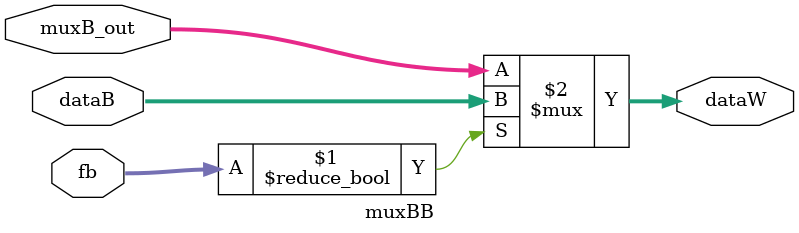
<source format=v>
module muxBB (input [1:0] fb,
              input [31:0] dataB, muxB_out,
              output [31:0] dataW);
assign dataW= (fb != 2'b00) ? dataB: muxB_out;
endmodule



</source>
